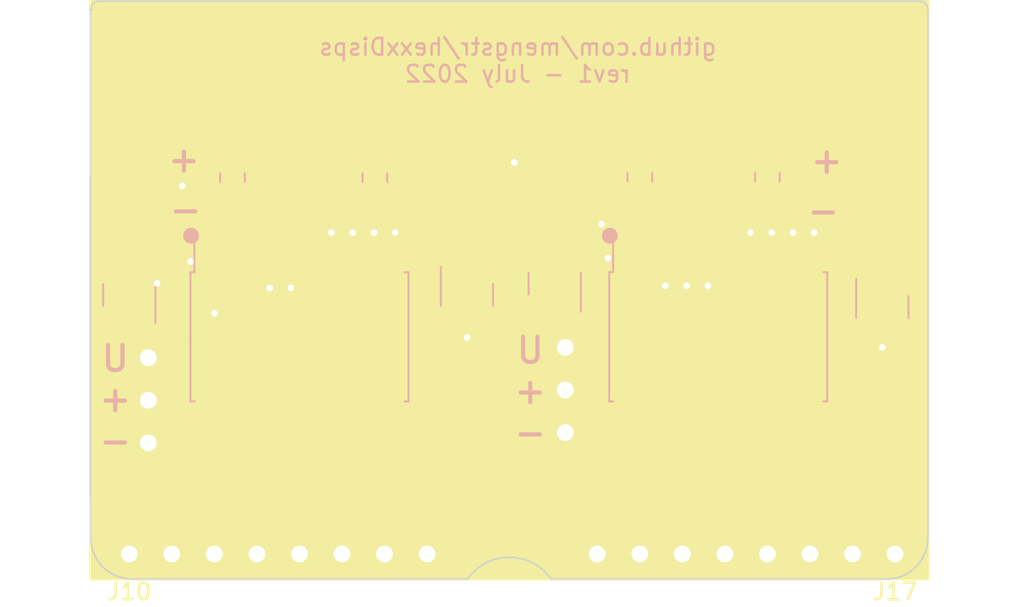
<source format=kicad_pcb>
(kicad_pcb (version 20211014) (generator pcbnew)
  (layers (0 "F.Cu" signal) (31 "B.Cu" signal) (34 "B.Paste" user) (35 "F.Paste" user) (36 "B.SilkS" user "B.Silkscreen") (37 "F.SilkS" user "F.Silkscreen") (38 "B.Mask" user) (39 "F.Mask" user) (44 "Edge.Cuts" user))
  (net 0 "")
  (net 1 "GND")
  (net 2 "Net-(Q6-Pad3)")
  (net 3 "Net-(Q7-Pad3)")
  (net 4 "+5V")
  (net 5 "Net-(J3-Pad1)")
  (net 6 "Net-(J9-Pad1)")
  (net 7 "Net-(J10-Pad1)")
  (net 8 "Net-(J4-Pad1)")
  (net 9 "Net-(J5-Pad1)")
  (net 10 "Net-(J6-Pad1)")
  (net 11 "Net-(J7-Pad1)")
  (net 12 "Net-(J8-Pad1)")
  (net 13 "Net-(Q6-Pad1)")
  (net 14 "Net-(Q7-Pad1)")
  (net 15 "Net-(U1-Pad9)")
  (net 16 "Net-(U1-Pad8)")
  (net 17 "Net-(U1-Pad7)")
  (net 18 "Net-(U1-Pad6)")
  (net 19 "Net-(U1-Pad4)")
  (net 20 "Net-(U1-Pad3)")
  (net 22 "Net-(U1-Pad1)")
  (net 23 "Net-(J13-Pad3)")
  (net 24 "Net-(J14-Pad1)")
  (net 25 "Net-(J15-Pad1)")
  (net 26 "Net-(J16-Pad1)")
  (net 27 "Net-(J17-Pad1)")
  (net 28 "Net-(J18-Pad3)")
  (net 29 "Net-(Q1-Pad1)")
  (net 30 "Net-(Q1-Pad3)")
  (net 31 "Net-(Q2-Pad1)")
  (net 32 "Net-(Q2-Pad3)")
  (net 33 "Net-(U2-Pad3)")
  (net 34 "Net-(U2-Pad4)")
  (net 35 "Net-(U2-Pad5)")
  (net 36 "Net-(U2-Pad7)")
  (net 37 "Net-(U2-Pad8)")
  (net 38 "Net-(U2-Pad9)")
  (net 39 "Net-(U2-Pad10)")
  (net 41 "Net-(J19-Pad1)")
  (net 42 "Net-(J20-Pad1)")
  (net 43 "Net-(J21-Pad1)")
  (net 44 "Net-(J22-Pad1)")
  (footprint "Connector_PinHeader_2.54mm:PinHeader_1x01_P2.54mm_Vertical" (layer "F.Cu") (at 163.83 70.75)
    (fp_text reference "J14" (at 0 -2.33) (layer "F.SilkS"))
    (fp_text value "Conn_01x01_Female")
    (pad "1" thru_hole rect (at 0 0) (size 1.7 1.7) (drill 1) (layers *.Cu *.Mask) (net 24 "Net-(J14-Pad1)"))
  )
  (footprint "Connector_PinHeader_2.54mm:PinHeader_1x01_P2.54mm_Vertical" (layer "F.Cu") (at 148.59 70.75)
    (fp_text reference "J8" hide)
    (fp_text value "Conn_01x01_Female")
    (pad "1" thru_hole rect (at 0 0) (size 1.7 1.7) (drill 1) (layers *.Cu *.Mask) (net 12 "Net-(J8-Pad1)"))
  )
  (footprint "Connector_PinHeader_2.54mm:PinHeader_1x01_P2.54mm_Vertical" (layer "F.Cu") (at 140.97 70.75)
    (fp_text reference "J5" hide)
    (fp_text value "Conn_01x01_Female")
    (pad "1" thru_hole rect (at 0 0) (size 1.7 1.7) (drill 1) (layers *.Cu *.Mask) (net 9 "Net-(J5-Pad1)"))
  )
  (footprint "Connector_PinHeader_2.54mm:PinHeader_1x01_P2.54mm_Vertical" (layer "F.Cu") (at 130.97 50.285)
    (fp_text reference "J12" hide)
    (fp_text value "Conn_01x01_Female")
    (pad "1" smd rect (at 0 0) (size 4 2.5) (layers "B.Cu" "B.Mask") (net 1 "GND"))
  )
  (footprint "Display_7Segment:OSK2056" (layer "F.Cu") (at 165.97 57.785)
    (fp_text reference "U3" (at -7.58 0 90) (layer "F.SilkS"))
    (fp_text value "OSK2056-LX")
    (pad "1" smd roundrect (at -5.08 9.5) (size 1.8 3) (layers "F.Cu" "F.Paste" "F.Mask") (roundrect_rratio 0) (chamfer_ratio 0.3) (chamfer top_left) (net 33 "Net-(U2-Pad3)"))
    (pad "2" smd rect (at -2.54 9.5) (size 1.8 3) (layers "F.Cu" "F.Paste" "F.Mask"))
    (pad "3" smd rect (at 0 9.5) (size 1.8 3) (layers "F.Cu" "F.Paste" "F.Mask") (net 34 "Net-(U2-Pad4)"))
    (pad "4" smd rect (at 2.54 9.5) (size 1.8 3) (layers "F.Cu" "F.Paste" "F.Mask") (net 35 "Net-(U2-Pad5)"))
    (pad "5" smd rect (at 5.08 9.5) (size 1.8 3) (layers "F.Cu" "F.Paste" "F.Mask") (net 30 "Net-(Q1-Pad3)"))
    (pad "6" smd rect (at 5.08 -9.5) (size 1.8 3) (layers "F.Cu" "F.Paste" "F.Mask") (net 39 "Net-(U2-Pad10)"))
    (pad "7" smd rect (at 2.54 -9.5) (size 1.8 3) (layers "F.Cu" "F.Paste" "F.Mask") (net 38 "Net-(U2-Pad9)"))
    (pad "8" smd rect (at 0 -9.5) (size 1.8 3) (layers "F.Cu" "F.Paste" "F.Mask") (net 37 "Net-(U2-Pad8)"))
    (pad "9" smd rect (at -2.54 -9.5) (size 1.8 3) (layers "F.Cu" "F.Paste" "F.Mask") (net 36 "Net-(U2-Pad7)"))
    (pad "10" smd rect (at -5.08 -9.5) (size 1.8 3) (layers "F.Cu" "F.Paste" "F.Mask") (net 32 "Net-(Q2-Pad3)"))
  )
  (footprint "Connector_PinHeader_2.54mm:PinHeader_1x01_P2.54mm_Vertical" (layer "F.Cu") (at 146.05 70.75)
    (fp_text reference "J7" (at 0 -2.33) (layer "F.SilkS"))
    (fp_text value "Conn_01x01_Female")
    (pad "1" thru_hole rect (at 0 0) (size 1.7 1.7) (drill 1) (layers *.Cu *.Mask) (net 11 "Net-(J7-Pad1)"))
  )
  (footprint "Connector_PinHeader_2.54mm:PinHeader_1x01_P2.54mm_Vertical" (layer "F.Cu") (at 133.35 70.75)
    (fp_text reference "J9" hide)
    (fp_text value "Conn_01x01_Female")
    (pad "1" thru_hole rect (at 0 0) (size 1.7 1.7) (drill 1) (layers *.Cu *.Mask) (net 6 "Net-(J9-Pad1)"))
  )
  (footprint "Connector_PinHeader_2.54mm:PinHeader_1x01_P2.54mm_Vertical" (layer "F.Cu") (at 143.51 70.75)
    (fp_text reference "J6" hide)
    (fp_text value "Conn_01x01_Female")
    (pad "1" thru_hole rect (at 0 0) (size 1.7 1.7) (drill 1) (layers *.Cu *.Mask) (net 10 "Net-(J6-Pad1)"))
  )
  (footprint "Connector_PinHeader_2.54mm:PinHeader_1x01_P2.54mm_Vertical" (layer "F.Cu") (at 135.89 70.75)
    (fp_text reference "J3" hide)
    (fp_text value "Conn_01x01_Female")
    (pad "1" thru_hole rect (at 0 0) (size 1.7 1.7) (drill 1) (layers *.Cu *.Mask) (net 5 "Net-(J3-Pad1)"))
  )
  (footprint "Connector_PinHeader_2.54mm:PinHeader_1x01_P2.54mm_Vertical" (layer "F.Cu") (at 161.29 70.75)
    (fp_text reference "J15" (at 0 -2.33) (layer "F.SilkS"))
    (fp_text value "Conn_01x01_Female")
    (pad "1" thru_hole rect (at 0 0) (size 1.7 1.7) (drill 1) (layers *.Cu *.Mask) (net 25 "Net-(J15-Pad1)"))
  )
  (footprint "Connector_PinHeader_2.54mm:PinHeader_1x01_P2.54mm_Vertical" (layer "F.Cu") (at 166.37 70.75)
    (fp_text reference "J22" (at 0 -2.33) (layer "F.SilkS"))
    (fp_text value "Conn_01x01_Female")
    (pad "1" thru_hole rect (at 0 0) (size 1.7 1.7) (drill 1) (layers *.Cu *.Mask) (net 44 "Net-(J22-Pad1)"))
  )
  (footprint "Connector_PinHeader_2.54mm:PinHeader_1x01_P2.54mm_Vertical" (layer "F.Cu") (at 175.895 46.785)
    (fp_text reference "J1" hide)
    (fp_text value "Conn_01x01_Female")
    (pad "1" smd rect (at 0 0) (size 4 2.5) (layers "B.Cu" "B.Mask") (net 4 "+5V"))
  )
  (footprint "Connector_PinHeader_2.54mm:PinHeader_1x01_P2.54mm_Vertical" (layer "F.Cu") (at 130.97 46.785)
    (fp_text reference "J11" hide)
    (fp_text value "Conn_01x01_Female")
    (pad "1" smd rect (at 0 0.16) (size 4 2.5) (layers "B.Cu" "B.Mask") (net 4 "+5V"))
  )
  (footprint "Connector_PinSocket_2.54mm:PinSocket_1x03_P2.54mm_Vertical" (layer "F.Cu") (at 156.845 63.5 180)
    (fp_text reference "J18" (at 0 -2.77) (layer "F.SilkS"))
    (fp_text value "Conn_01x03_Female")
    (pad "1" thru_hole rect (at 0 0 180) (size 1.7 1.7) (drill 1) (layers *.Cu *.Mask) (net 1 "GND"))
    (pad "2" thru_hole oval (at 0 2.54 180) (size 1.7 1.7) (drill 1) (layers *.Cu *.Mask) (net 4 "+5V"))
    (pad "3" thru_hole oval (at 0 5.08 180) (size 1.7 1.7) (drill 1) (layers *.Cu *.Mask) (net 28 "Net-(J18-Pad3)"))
  )
  (footprint "Connector_Pin:Pin_D1.0mm_L10.0mm" (layer "F.Cu") (at 130.81 70.75)
    (fp_text reference "J10" (at 0 2.25) (layer "F.SilkS"))
    (fp_text value "Conn_01x01_Female")
    (pad "1" thru_hole circle (at 0 0) (size 2 2) (drill 1) (layers *.Cu *.Mask) (net 7 "Net-(J10-Pad1)"))
  )
  (footprint "Connector_PinHeader_2.54mm:PinHeader_1x01_P2.54mm_Vertical" (layer "F.Cu") (at 158.75 70.75)
    (fp_text reference "J16" (at 0 -2.33) (layer "F.SilkS"))
    (fp_text value "Conn_01x01_Female")
    (pad "1" thru_hole rect (at 0 0) (size 1.7 1.7) (drill 1) (layers *.Cu *.Mask) (net 26 "Net-(J16-Pad1)"))
  )
  (footprint "Connector_PinHeader_2.54mm:PinHeader_1x01_P2.54mm_Vertical" (layer "F.Cu") (at 138.43 70.75)
    (fp_text reference "J4" hide)
    (fp_text value "Conn_01x01_Female")
    (pad "1" thru_hole rect (at 0 0) (size 1.7 1.7) (drill 1) (layers *.Cu *.Mask) (net 8 "Net-(J4-Pad1)"))
  )
  (footprint "Display_7Segment:OSK2056" (layer "F.Cu") (at 140.97 57.785)
    (fp_text reference "U1" hide)
    (fp_text value "OSK2056-LX" hide)
    (pad "1" smd roundrect (at -5.08 9.5) (size 1.8 3) (layers "F.Cu" "F.Paste" "F.Mask") (roundrect_rratio 0) (chamfer_ratio 0.3) (chamfer top_left) (net 22 "Net-(U1-Pad1)"))
    (pad "2" smd rect (at -2.54 9.5) (size 1.8 3) (layers "F.Cu" "F.Paste" "F.Mask"))
    (pad "3" smd rect (at 0 9.5) (size 1.8 3) (layers "F.Cu" "F.Paste" "F.Mask") (net 20 "Net-(U1-Pad3)"))
    (pad "4" smd rect (at 2.54 9.5) (size 1.8 3) (layers "F.Cu" "F.Paste" "F.Mask") (net 19 "Net-(U1-Pad4)"))
    (pad "5" smd rect (at 5.08 9.5) (size 1.8 3) (layers "F.Cu" "F.Paste" "F.Mask") (net 3 "Net-(Q7-Pad3)"))
    (pad "6" smd rect (at 5.08 -9.5) (size 1.8 3) (layers "F.Cu" "F.Paste" "F.Mask") (net 18 "Net-(U1-Pad6)"))
    (pad "7" smd rect (at 2.54 -9.5) (size 1.8 3) (layers "F.Cu" "F.Paste" "F.Mask") (net 17 "Net-(U1-Pad7)"))
    (pad "8" smd rect (at 0 -9.5) (size 1.8 3) (layers "F.Cu" "F.Paste" "F.Mask") (net 16 "Net-(U1-Pad8)"))
    (pad "9" smd rect (at -2.54 -9.5) (size 1.8 3) (layers "F.Cu" "F.Paste" "F.Mask") (net 15 "Net-(U1-Pad9)"))
    (pad "10" smd rect (at -5.08 -9.5) (size 1.8 3) (layers "F.Cu" "F.Paste" "F.Mask") (net 2 "Net-(Q6-Pad3)"))
  )
  (footprint "Connector_PinHeader_2.54mm:PinHeader_1x01_P2.54mm_Vertical" (layer "F.Cu") (at 171.45 70.75)
    (fp_text reference "J20" (at 0 -2.33) (layer "F.SilkS"))
    (fp_text value "Conn_01x01_Female")
    (pad "1" thru_hole rect (at 0 0) (size 1.7 1.7) (drill 1) (layers *.Cu *.Mask) (net 42 "Net-(J20-Pad1)"))
  )
  (footprint "Connector_Pin:Pin_D1.0mm_L10.0mm" (layer "F.Cu") (at 176.53 70.75)
    (fp_text reference "J17" (at 0 2.25) (layer "F.SilkS"))
    (fp_text value "Conn_01x01_Female")
    (pad "1" thru_hole circle (at 0 0) (size 2 2) (drill 1) (layers *.Cu *.Mask) (net 27 "Net-(J17-Pad1)"))
  )
  (footprint "Connector_PinSocket_2.54mm:PinSocket_1x03_P2.54mm_Vertical" (layer "F.Cu") (at 131.945 64.115 180)
    (fp_text reference "J13" (at 0 -2.77) (layer "F.SilkS"))
    (fp_text value "Conn_01x03_Female")
    (pad "1" thru_hole rect (at 0 0 180) (size 1.7 1.7) (drill 1) (layers *.Cu *.Mask) (net 1 "GND"))
    (pad "2" thru_hole oval (at 0 2.54 180) (size 1.7 1.7) (drill 1) (layers *.Cu *.Mask) (net 4 "+5V"))
    (pad "3" thru_hole oval (at 0 5.08 180) (size 1.7 1.7) (drill 1) (layers *.Cu *.Mask) (net 23 "Net-(J13-Pad3)"))
  )
  (footprint "Connector_PinHeader_2.54mm:PinHeader_1x01_P2.54mm_Vertical" (layer "F.Cu") (at 175.895 50.285)
    (fp_text reference "J2" hide)
    (fp_text value "Conn_01x01_Female")
    (pad "1" smd rect (at 0 0) (size 4 2.5) (layers "B.Cu" "B.Mask") (net 1 "GND"))
  )
  (footprint "Connector_PinHeader_2.54mm:PinHeader_1x01_P2.54mm_Vertical" (layer "F.Cu") (at 168.91 70.75)
    (fp_text reference "J21" (at 0 -2.33) (layer "F.SilkS"))
    (fp_text value "Conn_01x01_Female")
    (pad "1" thru_hole rect (at 0 0) (size 1.7 1.7) (drill 1) (layers *.Cu *.Mask) (net 43 "Net-(J21-Pad1)"))
  )
  (footprint "Connector_PinHeader_2.54mm:PinHeader_1x01_P2.54mm_Vertical" (layer "F.Cu") (at 173.99 70.75)
    (fp_text reference "J19" (at 0 -2.33) (layer "F.SilkS"))
    (fp_text value "Conn_01x01_Female")
    (pad "1" thru_hole rect (at 0 0) (size 1.7 1.7) (drill 1) (layers *.Cu *.Mask) (net 41 "Net-(J19-Pad1)"))
  )
  (footprint "Package_TO_SOT_SMD:SOT-23" (layer "B.Cu") (at 150.97 55.285 -90)
    (fp_text reference "Q7" hide)
    (fp_text value "2N7002" hide)
    (pad "1" smd roundrect (at -0.9375 0.95 270) (size 1.475 0.6) (layers "B.Cu" "B.Paste" "B.Mask") (net 14 "Net-(Q7-Pad1)"))
    (pad "2" smd roundrect (at -0.9375 -0.95 270) (size 1.475 0.6) (layers "B.Cu" "B.Paste" "B.Mask") (net 1 "GND"))
    (pad "3" smd roundrect (at 0.9375 0 270) (size 1.475 0.6) (layers "B.Cu" "B.Paste" "B.Mask") (net 3 "Net-(Q7-Pad3)"))
  )
  (footprint "Package_TO_SOT_SMD:SOT-23" (layer "B.Cu") (at 175.768 56.007 -90)
    (fp_text reference "Q1" hide)
    (fp_text value "2N7002")
    (pad "1" smd roundrect (at -0.9375 0.95 270) (size 1.475 0.6) (layers "B.Cu" "B.Paste" "B.Mask") (net 29 "Net-(Q1-Pad1)"))
    (pad "2" smd roundrect (at -0.9375 -0.95 270) (size 1.475 0.6) (layers "B.Cu" "B.Paste" "B.Mask") (net 1 "GND"))
    (pad "3" smd roundrect (at 0.9375 0 270) (size 1.475 0.6) (layers "B.Cu" "B.Paste" "B.Mask") (net 30 "Net-(Q1-Pad3)"))
  )
  (footprint "Capacitor_SMD:C_0805_2012Metric_Pad1.18x1.45mm_HandSolder" (layer "B.Cu") (at 168.91 48.26 -90)
    (fp_text reference "C4" hide)
    (fp_text value "100n")
    (pad "1" smd roundrect (at -1.0375 0 270) (size 1.175 1.45) (layers "B.Cu" "B.Paste" "B.Mask") (roundrect_rratio 0.212766) (net 4 "+5V"))
    (pad "2" smd roundrect (at 1.0375 0 270) (size 1.175 1.45) (layers "B.Cu" "B.Paste" "B.Mask") (roundrect_rratio 0.212766) (net 1 "GND"))
  )
  (footprint "Package_SO:SOIC-20W_7.5x12.8mm_P1.27mm" (layer "B.Cu") (at 140.97 57.785 -90)
    (fp_text reference "U18" hide)
    (fp_text value "ATtiny816-S" hide)
    (pad "1" smd roundrect (at -4.65 5.715 270) (size 2.05 0.6) (layers "B.Cu" "B.Paste" "B.Mask") (net 4 "+5V"))
    (pad "2" smd roundrect (at -4.65 4.445 270) (size 2.05 0.6) (layers "B.Cu" "B.Paste" "B.Mask") (net 13 "Net-(Q6-Pad1)"))
    (pad "3" smd roundrect (at -4.65 3.175 270) (size 2.05 0.6) (layers "B.Cu" "B.Paste" "B.Mask") (net 22 "Net-(U1-Pad1)"))
    (pad "4" smd roundrect (at -4.65 1.905 270) (size 2.05 0.6) (layers "B.Cu" "B.Paste" "B.Mask") (net 20 "Net-(U1-Pad3)"))
    (pad "5" smd roundrect (at -4.65 0.635 270) (size 2.05 0.6) (layers "B.Cu" "B.Paste" "B.Mask") (net 19 "Net-(U1-Pad4)"))
    (pad "6" smd roundrect (at -4.65 -0.635 270) (size 2.05 0.6) (layers "B.Cu" "B.Paste" "B.Mask") (net 14 "Net-(Q7-Pad1)"))
    (pad "7" smd roundrect (at -4.65 -1.905 270) (size 2.05 0.6) (layers "B.Cu" "B.Paste" "B.Mask") (net 15 "Net-(U1-Pad9)"))
    (pad "8" smd roundrect (at -4.65 -3.175 270) (size 2.05 0.6) (layers "B.Cu" "B.Paste" "B.Mask") (net 16 "Net-(U1-Pad8)"))
    (pad "9" smd roundrect (at -4.65 -4.445 270) (size 2.05 0.6) (layers "B.Cu" "B.Paste" "B.Mask") (net 17 "Net-(U1-Pad7)"))
    (pad "10" smd roundrect (at -4.65 -5.715 270) (size 2.05 0.6) (layers "B.Cu" "B.Paste" "B.Mask") (net 18 "Net-(U1-Pad6)"))
    (pad "11" smd roundrect (at 4.65 -5.715 270) (size 2.05 0.6) (layers "B.Cu" "B.Paste" "B.Mask") (net 12 "Net-(J8-Pad1)"))
    (pad "12" smd roundrect (at 4.65 -4.445 270) (size 2.05 0.6) (layers "B.Cu" "B.Paste" "B.Mask") (net 11 "Net-(J7-Pad1)"))
    (pad "13" smd roundrect (at 4.65 -3.175 270) (size 2.05 0.6) (layers "B.Cu" "B.Paste" "B.Mask") (net 10 "Net-(J6-Pad1)"))
    (pad "14" smd roundrect (at 4.65 -1.905 270) (size 2.05 0.6) (layers "B.Cu" "B.Paste" "B.Mask") (net 9 "Net-(J5-Pad1)"))
    (pad "15" smd roundrect (at 4.65 -0.635 270) (size 2.05 0.6) (layers "B.Cu" "B.Paste" "B.Mask") (net 8 "Net-(J4-Pad1)"))
    (pad "16" smd roundrect (at 4.65 0.635 270) (size 2.05 0.6) (layers "B.Cu" "B.Paste" "B.Mask") (net 23 "Net-(J13-Pad3)"))
    (pad "17" smd roundrect (at 4.65 1.905 270) (size 2.05 0.6) (layers "B.Cu" "B.Paste" "B.Mask") (net 5 "Net-(J3-Pad1)"))
    (pad "18" smd roundrect (at 4.65 3.175 270) (size 2.05 0.6) (layers "B.Cu" "B.Paste" "B.Mask") (net 6 "Net-(J9-Pad1)"))
    (pad "19" smd roundrect (at 4.65 4.445 270) (size 2.05 0.6) (layers "B.Cu" "B.Paste" "B.Mask") (net 7 "Net-(J10-Pad1)"))
    (pad "20" smd roundrect (at 4.65 5.715 270) (size 2.05 0.6) (layers "B.Cu" "B.Paste" "B.Mask") (net 1 "GND"))
  )
  (footprint "Package_TO_SOT_SMD:SOT-23" (layer "B.Cu") (at 156.21 54.61 90)
    (fp_text reference "Q2" hide)
    (fp_text value "2N7002")
    (pad "1" smd roundrect (at -0.9375 0.95 90) (size 1.475 0.6) (layers "B.Cu" "B.Paste" "B.Mask") (net 31 "Net-(Q2-Pad1)"))
    (pad "2" smd roundrect (at -0.9375 -0.95 90) (size 1.475 0.6) (layers "B.Cu" "B.Paste" "B.Mask") (net 1 "GND"))
    (pad "3" smd roundrect (at 0.9375 0 90) (size 1.475 0.6) (layers "B.Cu" "B.Paste" "B.Mask") (net 32 "Net-(Q2-Pad3)"))
  )
  (footprint "Package_SO:SOIC-20W_7.5x12.8mm_P1.27mm" (layer "B.Cu") (at 165.97 57.785 -90)
    (fp_text reference "U2" hide)
    (fp_text value "ATtiny816-S" hide)
    (pad "1" smd roundrect (at -4.65 5.715 270) (size 2.05 0.6) (layers "B.Cu" "B.Paste" "B.Mask") (net 4 "+5V"))
    (pad "2" smd roundrect (at -4.65 4.445 270) (size 2.05 0.6) (layers "B.Cu" "B.Paste" "B.Mask") (net 31 "Net-(Q2-Pad1)"))
    (pad "3" smd roundrect (at -4.65 3.175 270) (size 2.05 0.6) (layers "B.Cu" "B.Paste" "B.Mask") (net 33 "Net-(U2-Pad3)"))
    (pad "4" smd roundrect (at -4.65 1.905 270) (size 2.05 0.6) (layers "B.Cu" "B.Paste" "B.Mask") (net 34 "Net-(U2-Pad4)"))
    (pad "5" smd roundrect (at -4.65 0.635 270) (size 2.05 0.6) (layers "B.Cu" "B.Paste" "B.Mask") (net 35 "Net-(U2-Pad5)"))
    (pad "6" smd roundrect (at -4.65 -0.635 270) (size 2.05 0.6) (layers "B.Cu" "B.Paste" "B.Mask") (net 29 "Net-(Q1-Pad1)"))
    (pad "7" smd roundrect (at -4.65 -1.905 270) (size 2.05 0.6) (layers "B.Cu" "B.Paste" "B.Mask") (net 36 "Net-(U2-Pad7)"))
    (pad "8" smd roundrect (at -4.65 -3.175 270) (size 2.05 0.6) (layers "B.Cu" "B.Paste" "B.Mask") (net 37 "Net-(U2-Pad8)"))
    (pad "9" smd roundrect (at -4.65 -4.445 270) (size 2.05 0.6) (layers "B.Cu" "B.Paste" "B.Mask") (net 38 "Net-(U2-Pad9)"))
    (pad "10" smd roundrect (at -4.65 -5.715 270) (size 2.05 0.6) (layers "B.Cu" "B.Paste" "B.Mask") (net 39 "Net-(U2-Pad10)"))
    (pad "11" smd roundrect (at 4.65 -5.715 270) (size 2.05 0.6) (layers "B.Cu" "B.Paste" "B.Mask") (net 27 "Net-(J17-Pad1)"))
    (pad "12" smd roundrect (at 4.65 -4.445 270) (size 2.05 0.6) (layers "B.Cu" "B.Paste" "B.Mask") (net 41 "Net-(J19-Pad1)"))
    (pad "13" smd roundrect (at 4.65 -3.175 270) (size 2.05 0.6) (layers "B.Cu" "B.Paste" "B.Mask") (net 42 "Net-(J20-Pad1)"))
    (pad "14" smd roundrect (at 4.65 -1.905 270) (size 2.05 0.6) (layers "B.Cu" "B.Paste" "B.Mask") (net 43 "Net-(J21-Pad1)"))
    (pad "15" smd roundrect (at 4.65 -0.635 270) (size 2.05 0.6) (layers "B.Cu" "B.Paste" "B.Mask") (net 44 "Net-(J22-Pad1)"))
    (pad "16" smd roundrect (at 4.65 0.635 270) (size 2.05 0.6) (layers "B.Cu" "B.Paste" "B.Mask") (net 28 "Net-(J18-Pad3)"))
    (pad "17" smd roundrect (at 4.65 1.905 270) (size 2.05 0.6) (layers "B.Cu" "B.Paste" "B.Mask") (net 24 "Net-(J14-Pad1)"))
    (pad "18" smd roundrect (at 4.65 3.175 270) (size 2.05 0.6) (layers "B.Cu" "B.Paste" "B.Mask") (net 25 "Net-(J15-Pad1)"))
    (pad "19" smd roundrect (at 4.65 4.445 270) (size 2.05 0.6) (layers "B.Cu" "B.Paste" "B.Mask") (net 26 "Net-(J16-Pad1)"))
    (pad "20" smd roundrect (at 4.65 5.715 270) (size 2.05 0.6) (layers "B.Cu" "B.Paste" "B.Mask") (net 1 "GND"))
  )
  (footprint "Capacitor_SMD:C_0805_2012Metric_Pad1.18x1.45mm_HandSolder" (layer "B.Cu") (at 161.29 48.26 -90)
    (fp_text reference "C3" hide)
    (fp_text value "10u")
    (pad "1" smd roundrect (at -1.0375 0 270) (size 1.175 1.45) (layers "B.Cu" "B.Paste" "B.Mask") (roundrect_rratio 0.212766) (net 4 "+5V"))
    (pad "2" smd roundrect (at 1.0375 0 270) (size 1.175 1.45) (layers "B.Cu" "B.Paste" "B.Mask") (roundrect_rratio 0.212766) (net 1 "GND"))
  )
  (footprint "Capacitor_SMD:C_0805_2012Metric_Pad1.18x1.45mm_HandSolder" (layer "B.Cu") (at 136.97 48.285 -90)
    (fp_text reference "C2" hide)
    (fp_text value "100n")
    (pad "1" smd roundrect (at -1.0375 0 270) (size 1.175 1.45) (layers "B.Cu" "B.Paste" "B.Mask") (roundrect_rratio 0.212766) (net 4 "+5V"))
    (pad "2" smd roundrect (at 1.0375 0 270) (size 1.175 1.45) (layers "B.Cu" "B.Paste" "B.Mask") (roundrect_rratio 0.212766) (net 1 "GND"))
  )
  (footprint "Capacitor_SMD:C_0805_2012Metric_Pad1.18x1.45mm_HandSolder" (layer "B.Cu") (at 145.47 48.285 -90)
    (fp_text reference "C1" hide)
    (fp_text value "10u")
    (pad "1" smd roundrect (at -1.0375 0 270) (size 1.175 1.45) (layers "B.Cu" "B.Paste" "B.Mask") (roundrect_rratio 0.212766) (net 4 "+5V"))
    (pad "2" smd roundrect (at 1.0375 0 270) (size 1.175 1.45) (layers "B.Cu" "B.Paste" "B.Mask") (roundrect_rratio 0.212766) (net 1 "GND"))
  )
  (footprint "Package_TO_SOT_SMD:SOT-23" (layer "B.Cu") (at 130.81 55.28 90)
    (fp_text reference "Q6" hide)
    (fp_text value "2N7002" hide)
    (pad "1" smd roundrect (at -0.9375 0.95 90) (size 1.475 0.6) (layers "B.Cu" "B.Paste" "B.Mask") (net 13 "Net-(Q6-Pad1)"))
    (pad "2" smd roundrect (at -0.9375 -0.95 90) (size 1.475 0.6) (layers "B.Cu" "B.Paste" "B.Mask") (net 1 "GND"))
    (pad "3" smd roundrect (at 0.9375 0 90) (size 1.475 0.6) (layers "B.Cu" "B.Paste" "B.Mask") (net 2 "Net-(Q6-Pad3)"))
  )
  (gr_circle (center 159.5 51.75) (end 159.9 51.75) (layer "B.SilkS") (width 0.15) (fill solid))
  (gr_circle (center 134.5 51.75) (end 134.9 51.75) (layer "B.SilkS") (width 0.15) (fill solid))
  (gr_rect (start 128.5 37.75) (end 178.5 72.25) (layer "F.SilkS") (width 0.15) (fill solid))
  (gr_arc (start 151.000001 72.250001) (mid 153.5 70.948362) (end 155.999999 72.250001) (layer "Edge.Cuts") (width 0.1))
  (gr_arc (start 128.5 38.25) (mid 128.646447 37.896447) (end 129 37.75) (layer "Edge.Cuts") (width 0.1))
  (gr_line (start 178 37.75) (end 129 37.75) (layer "Edge.Cuts") (width 0.1))
  (gr_line (start 178.5 69.75) (end 178.5 38.25) (layer "Edge.Cuts") (width 0.1))
  (gr_line (start 155.999999 72.250001) (end 176 72.25) (layer "Edge.Cuts") (width 0.1))
  (gr_arc (start 131 72.25) (mid 129.232233 71.517767) (end 128.5 69.75) (layer "Edge.Cuts") (width 0.1))
  (gr_arc (start 178 37.75) (mid 178.353553 37.896447) (end 178.5 38.25) (layer "Edge.Cuts") (width 0.1))
  (gr_line (start 131 72.25) (end 151.000001 72.250001) (layer "Edge.Cuts") (width 0.1))
  (gr_line (start 128.5 38.25) (end 128.5 69.75) (layer "Edge.Cuts") (width 0.1))
  (gr_arc (start 128.5 38.25) (mid 128.5 38.25) (end 128.5 38.25) (layer "Edge.Cuts") (width 0.1))
  (gr_arc (start 178.5 69.75) (mid 177.767767 71.517767) (end 176 72.25) (layer "Edge.Cuts") (width 0.1))
  (gr_text "-" (at 154.75 63.5) (layer "B.SilkS") (effects (font (size 1.5 1.5) (thickness 0.25)) (justify mirror)))
  (gr_text "+" (at 134.07 47.185) (layer "B.SilkS") (effects (font (size 1.5 1.5) (thickness 0.25)) (justify mirror)))
  (gr_text "-" (at 129.97 63.985) (layer "B.SilkS") (effects (font (size 1.5 1.5) (thickness 0.25)) (justify mirror)))
  (gr_text "github.com/mengstr/hexxDisps\nrev1 - July 2022" (at 154 41.285) (layer "B.SilkS") (effects (font (size 1 1)) (justify mirror)))
  (gr_text "+" (at 172.45 47.25) (layer "B.SilkS") (effects (font (size 1.5 1.5) (thickness 0.25)) (justify mirror)))
  (gr_text "+" (at 154.75 61) (layer "B.SilkS") (effects (font (size 1.5 1.5) (thickness 0.25)) (justify mirror)))
  (gr_text "U" (at 154.75 58.6) (layer "B.SilkS") (effects (font (size 1.5 1.5) (thickness 0.25)) (justify mirror)))
  (gr_text "+" (at 129.97 61.485) (layer "B.SilkS") (effects (font (size 1.5 1.5) (thickness 0.25)) (justify mirror)))
  (gr_text "U" (at 129.97 59.085) (layer "B.SilkS") (effects (font (size 1.5 1.5) (thickness 0.25)) (justify mirror)))
  (gr_text "-" (at 172.25 50.25) (layer "B.SilkS") (effects (font (size 1.5 1.5) (thickness 0.25)) (justify mirror)))
  (gr_text "-" (at 134.17 50.185) (layer "B.SilkS") (effects (font (size 1.5 1.5) (thickness 0.25)) (justify mirror)))
  (segment (start 153.67 52.832) (end 153.67 54.102) (width 1) (layer "B.Cu") (net 1))
  (segment (start 159.004 62.611) (end 159.893 62.611) (width 1) (layer "B.Cu") (net 1))
  (segment (start 155.26 55.5475) (end 153.8755 55.5475) (width 1) (layer "B.Cu") (net 1))
  (segment (start 153.4245 54.3475) (end 153.67 54.102) (width 1) (layer "B.Cu") (net 1))
  (segment (start 153.67 62.103) (end 155.067 63.5) (width 1) (layer "B.Cu") (net 1))
  (segment (start 158.877 62.738) (end 159.004 62.611) (width 1) (layer "B.Cu") (net 1))
  (segment (start 131.945 64.115) (end 133.14 64.115) (width 1) (layer "B.Cu") (net 1))
  (segment (start 168.91 49.2975) (end 173.0795 49.2975) (width 1) (layer "B.Cu") (net 1))
  (segment (start 130.683 64.135) (end 131.925 64.135) (width 1) (layer "B.Cu") (net 1))
  (segment (start 157.2045 49.2975) (end 161.29 49.2975) (width 1) (layer "B.Cu") (net 1))
  (segment (start 173.0795 49.2975) (end 173.101 49.276) (width 1) (layer "B.Cu") (net 1))
  (segment (start 173.101 49.276) (end 174.11 50.285) (width 1) (layer "B.Cu") (net 1))
  (segment (start 153.67 55.753) (end 153.67 62.103) (width 1) (layer "B.Cu") (net 1))
  (segment (start 135.0075 50.285) (end 136.0165 49.276) (width 1) (layer "B.Cu") (net 1))
  (segment (start 130.97 50.285) (end 135.0075 50.285) (width 1) (layer "B.Cu") (net 1))
  (segment (start 129.47 62.922) (end 130.683 64.135) (width 1) (layer "B.Cu") (net 1))
  (segment (start 174.11 50.285) (end 175.895 50.285) (width 1) (layer "B.Cu") (net 1))
  (segment (start 131.925 64.135) (end 131.945 64.115) (width 1) (layer "B.Cu") (net 1))
  (segment (start 150.1605 49.3225) (end 153.67 52.832) (width 1) (layer "B.Cu") (net 1))
  (segment (start 130.97 50.285) (end 129.47 51.785) (width 1) (layer "B.Cu") (net 1))
  (segment (start 129.47 51.785) (end 129.47 62.922) (width 1) (layer "B.Cu") (net 1))
  (segment (start 153.8755 55.5475) (end 153.67 55.753) (width 1) (layer "B.Cu") (net 1))
  (segment (start 158.115 63.5) (end 158.877 62.738) (width 1) (layer "B.Cu") (net 1))
  (segment (start 156.845 63.5) (end 158.115 63.5) (width 1) (layer "B.Cu") (net 1))
  (segment (start 153.67 54.102) (end 153.67 55.753) (width 1) (layer "B.Cu") (net 1))
  (segment (start 130.97 50.285) (end 129.97 50.285) (width 1) (layer "B.Cu") (net 1))
  (segment (start 153.67 52.832) (end 157.2045 49.2975) (width 1) (layer "B.Cu") (net 1))
  (segment (start 145.47 49.3225) (end 150.1605 49.3225) (width 1) (layer "B.Cu") (net 1))
  (segment (start 176.718 51.108) (end 175.895 50.285) (width 1) (layer "B.Cu") (net 1))
  (segment (start 176.718 55.0695) (end 176.718 51.108) (width 1) (layer "B.Cu") (net 1))
  (segment (start 161.29 49.2975) (end 168.91 49.2975) (width 1) (layer "B.Cu") (net 1))
  (segment (start 151.92 54.3475) (end 153.4245 54.3475) (width 1) (layer "B.Cu") (net 1))
  (segment (start 136.97 49.3225) (end 145.47 49.3225) (width 1) (layer "B.Cu") (net 1))
  (segment (start 133.14 64.115) (end 134.72 62.535) (width 1) (layer "B.Cu") (net 1))
  (segment (start 155.067 63.5) (end 156.845 63.5) (width 1) (layer "B.Cu") (net 1))
  (segment (start 129.97 50.285) (end 129.47 50.785) (width 1) (layer "B.Cu") (net 1))
  (segment (start 135.89 53.865) (end 135.89 48.285) (width 0.3048) (layer "F.Cu") (net 2))
  (segment (start 132.525 54.535) (end 135.22 54.535) (width 0.3048) (layer "F.Cu") (net 2))
  (segment (start 132.47 54.59) (end 132.525 54.535) (width 0.3048) (layer "F.Cu") (net 2))
  (segment (start 135.22 54.535) (end 135.89 53.865) (width 0.3048) (layer "F.Cu") (net 2))
  (via (at 132.47 54.59) (size 0.8) (drill 0.4) (layers "F.Cu" "B.Cu") (net 2))
  (segment (start 130.81 54.3425) (end 132.2225 54.3425) (width 0.3048) (layer "B.Cu") (net 2))
  (segment (start 132.2225 54.3425) (end 132.47 54.59) (width 0.3048) (layer "B.Cu") (net 2))
  (segment (start 146.05 59.944) (end 148.169 57.825) (width 0.3048) (layer "F.Cu") (net 3))
  (segment (start 148.169 57.825) (end 150.97 57.825) (width 0.3048) (layer "F.Cu") (net 3))
  (segment (start 146.05 67.285) (end 146.05 59.944) (width 0.3048) (layer "F.Cu") (net 3))
  (via (at 150.97 57.825) (size 0.8) (drill 0.4) (layers "F.Cu" "B.Cu") (net 3))
  (segment (start 150.97 57.825) (end 150.97 56.2225) (width 0.3048) (layer "B.Cu") (net 3))
  (segment (start 132.47 50.785) (end 133.97 50.785) (width 1) (layer "F.Cu") (net 4))
  (segment (start 131.445 61.575) (end 129.97 60.1) (width 1) (layer "F.Cu") (net 4))
  (segment (start 129.97 60.1) (end 129.97 53.285) (width 1) (layer "F.Cu") (net 4))
  (segment (start 133.97 51.785) (end 133.97 50.785) (width 1) (layer "F.Cu") (net 4))
  (segment (start 153.924 53.086) (end 153.797 52.959) (width 1) (layer "F.Cu") (net 4))
  (segment (start 154.559 60.96) (end 153.797 60.198) (width 1) (layer "F.Cu") (net 4))
  (segment (start 159.385 53.086) (end 153.924 53.086) (width 1) (layer "F.Cu") (net 4))
  (segment (start 129.97 53.285) (end 132.47 50.785) (width 1) (layer "F.Cu") (net 4))
  (segment (start 134.47 53.285) (end 133.97 52.785) (width 1) (layer "F.Cu") (net 4))
  (segment (start 133.97 52.785) (end 133.97 51.785) (width 1) (layer "F.Cu") (net 4))
  (segment (start 131.945 61.575) (end 131.445 61.575) (width 1) (layer "F.Cu") (net 4))
  (segment (start 153.797 52.959) (end 153.797 47.371) (width 1) (layer "F.Cu") (net 4))
  (segment (start 153.797 60.198) (end 153.797 52.959) (width 1) (layer "F.Cu") (net 4))
  (segment (start 133.97 50.785) (end 133.97 48.785) (width 1) (layer "F.Cu") (net 4))
  (segment (start 156.845 60.96) (end 154.559 60.96) (width 1) (layer "F.Cu") (net 4))
  (via (at 134.47 53.285) (size 0.8) (drill 0.4) (layers "F.Cu" "B.Cu") (net 4))
  (via (at 153.797 47.371) (size 0.8) (drill 0.4) (layers "F.Cu" "B.Cu") (net 4))
  (via (at 133.97 48.785) (size 0.8) (drill 0.4) (layers "F.Cu" "B.Cu") (net 4))
  (via (at 159.385 53.086) (size 0.8) (drill 0.4) (layers "F.Cu" "B.Cu") (net 4))
  (segment (start 134.47 53.285) (end 134.97 53.285) (width 1) (layer "B.Cu") (net 4))
  (segment (start 133.9665 47.244) (end 130.556 47.244) (width 1) (layer "B.Cu") (net 4))
  (segment (start 160.02 53.086) (end 159.385 53.086) (width 1) (layer "B.Cu") (net 4))
  (segment (start 133.97 47.2475) (end 175.4325 47.2475) (width 1) (layer "B.Cu") (net 4))
  (segment (start 175.4325 47.2475) (end 175.895 46.785) (width 1) (layer "B.Cu") (net 4))
  (segment (start 133.97 48.785) (end 133.97 47.2475) (width 1) (layer "B.Cu") (net 4))
  (segment (start 135.89 71.12) (end 135.89 69.215) (width 0.3048) (layer "B.Cu") (net 5))
  (segment (start 135.89 69.215) (end 139.065 66.04) (width 0.3048) (layer "B.Cu") (net 5))
  (segment (start 139.065 66.04) (end 139.065 62.435) (width 0.3048) (layer "B.Cu") (net 5))
  (segment (start 133.35 71.12) (end 133.35 69.85) (width 0.3048) (layer "B.Cu") (net 6))
  (segment (start 137.795 65.405) (end 137.795 62.435) (width 0.3048) (layer "B.Cu") (net 6))
  (segment (start 133.35 69.85) (end 137.795 65.405) (width 0.3048) (layer "B.Cu") (net 6))
  (segment (start 136.525 64.135) (end 136.525 62.435) (width 0.3048) (layer "B.Cu") (net 7))
  (segment (start 130.81 69.85) (end 136.525 64.135) (width 0.3048) (layer "B.Cu") (net 7))
  (segment (start 130.81 71.12) (end 130.81 69.85) (width 0.3048) (layer "B.Cu") (net 7))
  (segment (start 141.605 66.675) (end 141.605 62.435) (width 0.3048) (layer "B.Cu") (net 8))
  (segment (start 138.43 69.85) (end 141.605 66.675) (width 0.3048) (layer "B.Cu") (net 8))
  (segment (start 138.43 71.12) (end 138.43 69.85) (width 0.3048) (layer "B.Cu") (net 8))
  (segment (start 140.97 71.12) (end 140.97 69.215) (width 0.3048) (layer "B.Cu") (net 9))
  (segment (start 142.875 67.31) (end 142.875 62.435) (width 0.3048) (layer "B.Cu") (net 9))
  (segment (start 140.97 69.215) (end 142.875 67.31) (width 0.3048) (layer "B.Cu") (net 9))
  (segment (start 143.51 71.12) (end 143.51 69.85) (width 0.3048) (layer "B.Cu") (net 10))
  (segment (start 143.51 69.85) (end 144.145 69.215) (width 0.3048) (layer "B.Cu") (net 10))
  (segment (start 144.145 69.215) (end 144.145 62.435) (width 0.3048) (layer "B.Cu") (net 10))
  (segment (start 146.05 69.85) (end 145.415 69.215) (width 0.3048) (layer "B.Cu") (net 11))
  (segment (start 145.415 69.215) (end 145.415 62.435) (width 0.3048) (layer "B.Cu") (net 11))
  (segment (start 146.05 71.12) (end 146.05 69.85) (width 0.3048) (layer "B.Cu") (net 11))
  (segment (start 148.59 69.85) (end 146.685 67.945) (width 0.3048) (layer "B.Cu") (net 12))
  (segment (start 146.685 67.945) (end 146.685 62.435) (width 0.3048) (layer "B.Cu") (net 12))
  (segment (start 148.59 71.12) (end 148.59 69.85) (width 0.3048) (layer "B.Cu") (net 12))
  (segment (start 131.76 56.2175) (end 134.7875 56.2175) (width 0.3048) (layer "B.Cu") (net 13))
  (segment (start 134.7875 56.2125) (end 136.5 54.5) (width 0.3048) (layer "B.Cu") (net 13))
  (segment (start 136.525 53.135) (end 136.525 54.483) (width 0.3048) (layer "B.Cu") (net 13))
  (segment (start 134.7875 56.2175) (end 134.7875 56.2125) (width 0.3048) (layer "B.Cu") (net 13))
  (segment (start 150.02 55.485) (end 149.72 55.785) (width 0.3048) (layer "B.Cu") (net 14))
  (segment (start 150.02 54.3475) (end 150.02 55.485) (width 0.3048) (layer "B.Cu") (net 14))
  (segment (start 142.22 55.785) (end 141.605 55.17) (width 0.3048) (layer "B.Cu") (net 14))
  (segment (start 149.72 55.785) (end 142.22 55.785) (width 0.3048) (layer "B.Cu") (net 14))
  (segment (start 141.605 55.17) (end 141.605 53.135) (width 0.3048) (layer "B.Cu") (net 14))
  (segment (start 142.875 51.562) (end 140.247 51.562) (width 0.3048) (layer "F.Cu") (net 15))
  (segment (start 138.43 49.745) (end 138.43 48.285) (width 0.3048) (layer "F.Cu") (net 15))
  (segment (start 140.247 51.562) (end 138.43 49.745) (width 0.3048) (layer "F.Cu") (net 15))
  (via (at 142.875 51.562) (size 0.8) (drill 0.4) (layers "F.Cu" "B.Cu") (net 15))
  (segment (start 142.875 53.135) (end 142.875 51.562) (width 0.3048) (layer "B.Cu") (net 15))
  (segment (start 143.368 50.785) (end 141.97 50.785) (width 0.3048) (layer "F.Cu") (net 16))
  (segment (start 140.97 49.785) (end 140.97 48.285) (width 0.3048) (layer "F.Cu") (net 16))
  (segment (start 144.145 51.562) (end 143.368 50.785) (width 0.3048) (layer "F.Cu") (net 16))
  (segment (start 141.97 50.785) (end 140.97 49.785) (width 0.3048) (layer "F.Cu") (net 16))
  (via (at 144.145 51.562) (size 0.8) (drill 0.4) (layers "F.Cu" "B.Cu") (net 16))
  (segment (start 144.145 53.135) (end 144.145 51.562) (width 0.3048) (layer "B.Cu") (net 16))
  (segment (start 145.415 51.562) (end 145.312 51.562) (width 0.3048) (layer "F.Cu") (net 17))
  (segment (start 145.312 51.562) (end 143.51 49.76) (width 0.3048) (layer "F.Cu") (net 17))
  (segment (start 143.51 49.76) (end 143.51 48.285) (width 0.3048) (layer "F.Cu") (net 17))
  (via (at 145.415 51.562) (size 0.8) (drill 0.4) (layers "F.Cu" "B.Cu") (net 17))
  (segment (start 145.415 53.135) (end 145.415 51.562) (width 0.3048) (layer "B.Cu") (net 17))
  (segment (start 145.97 50.847) (end 145.97 48.365) (width 0.3048) (layer "F.Cu") (net 18))
  (segment (start 146.685 51.562) (end 145.97 50.847) (width 0.3048) (layer "F.Cu") (net 18))
  (segment (start 145.97 48.365) (end 146.05 48.285) (width 0.3048) (layer "F.Cu") (net 18))
  (via (at 146.685 51.562) (size 0.8) (drill 0.4) (layers "F.Cu" "B.Cu") (net 18))
  (segment (start 146.685 53.135) (end 146.685 51.562) (width 0.3048) (layer "B.Cu") (net 18))
  (segment (start 143.51 67.285) (end 143.51 57.912) (width 0.3048) (layer "F.Cu") (net 19))
  (segment (start 143.51 57.912) (end 140.462 54.864) (width 0.3048) (layer "F.Cu") (net 19))
  (via (at 140.462 54.864) (size 0.8) (drill 0.4) (layers "F.Cu" "B.Cu") (net 19))
  (segment (start 140.335 53.135) (end 140.335 54.737) (width 0.3048) (layer "B.Cu") (net 19))
  (segment (start 140.335 54.737) (end 140.462 54.864) (width 0.3048) (layer "B.Cu") (net 19))
  (segment (start 139.192 54.864) (end 140.97 56.642) (width 0.3048) (layer "F.Cu") (net 20))
  (segment (start 140.97 56.642) (end 140.97 67.285) (width 0.3048) (layer "F.Cu") (net 20))
  (via (at 139.192 54.864) (size 0.8) (drill 0.4) (layers "F.Cu" "B.Cu") (net 20))
  (segment (start 139.065 53.135) (end 139.065 54.737) (width 0.3048) (layer "B.Cu") (net 20))
  (segment (start 139.065 54.737) (end 139.192 54.864) (width 0.3048) (layer "B.Cu") (net 20))
  (segment (start 135.89 56.388) (end 135.89 67.285) (width 0.3048) (layer "F.Cu") (net 22))
  (via (at 135.89 56.388) (size 0.8) (drill 0.4) (layers "F.Cu" "B.Cu") (net 22))
  (segment (start 137.795 54.483) (end 135.89 56.388) (width 0.3048) (layer "B.Cu") (net 22))
  (segment (start 137.795 53.135) (end 137.795 54.483) (width 0.3048) (layer "B.Cu") (net 22))
  (segment (start 140.335 60.15) (end 140.335 62.435) (width 0.3048) (layer "B.Cu") (net 23))
  (segment (start 139.22 59.035) (end 140.335 60.15) (width 0.3048) (layer "B.Cu") (net 23))
  (segment (start 137.97 59.035) (end 139.22 59.035) (width 0.3048) (layer "B.Cu") (net 23))
  (segment (start 131.945 59.035) (end 137.915 59.035) (width 0.3048) (layer "B.Cu") (net 23))
  (segment (start 163.83 71.12) (end 163.83 69.215) (width 0.3048) (layer "B.Cu") (net 24))
  (segment (start 164.065 68.98) (end 163.83 69.215) (width 0.3048) (layer "B.Cu") (net 24))
  (segment (start 164.065 62.435) (end 164.065 68.98) (width 0.3048) (layer "B.Cu") (net 24))
  (segment (start 162.795 68.345) (end 162.795 62.435) (width 0.3048) (layer "B.Cu") (net 25))
  (segment (start 161.29 71.12) (end 161.29 69.85) (width 0.3048) (layer "B.Cu") (net 25))
  (segment (start 161.29 69.85) (end 162.795 68.345) (width 0.3048) (layer "B.Cu") (net 25))
  (segment (start 158.75 71.12) (end 158.75 69.85) (width 0.3048) (layer "B.Cu") (net 26))
  (segment (start 161.525 67.075) (end 161.525 62.435) (width 0.3048) (layer "B.Cu") (net 26))
  (segment (start 158.75 69.85) (end 161.525 67.075) (width 0.3048) (layer "B.Cu") (net 26))
  (segment (start 171.685 65.005) (end 176.53 69.85) (width 0.3048) (layer "B.Cu") (net 27))
  (segment (start 171.685 62.435) (end 171.685 65.005) (width 0.3048) (layer "B.Cu") (net 27))
  (segment (start 176.53 69.85) (end 176.53 70.824178) (width 0.3048) (layer "B.Cu") (net 27))
  (segment (start 163.576 58.42) (end 165.354 60.198) (width 0.3048) (layer "B.Cu") (net 28))
  (segment (start 165.354 60.198) (end 165.354 62.416) (width 0.3048) (layer "B.Cu") (net 28))
  (segment (start 156.845 58.42) (end 163.576 58.42) (width 0.3048) (layer "B.Cu") (net 28))
  (segment (start 165.354 62.416) (end 165.335 62.435) (width 0.3048) (layer "B.Cu") (net 28))
  (segment (start 174.7695 55.118) (end 174.818 55.0695) (width 0.3048) (layer "B.Cu") (net 29))
  (segment (start 167.386 55.118) (end 174.7695 55.118) (width 0.3048) (layer "B.Cu") (net 29))
  (segment (start 166.605 53.135) (end 166.605 54.337) (width 0.3048) (layer "B.Cu") (net 29))
  (segment (start 166.605 54.337) (end 167.386 55.118) (width 0.3048) (layer "B.Cu") (net 29))
  (segment (start 171.05 65.17) (end 171.05 67.285) (width 0.3048) (layer "F.Cu") (net 30))
  (segment (start 175.768 58.42) (end 175.768 60.452) (width 0.3048) (layer "F.Cu") (net 30))
  (segment (start 175.768 60.452) (end 171.05 65.17) (width 0.3048) (layer "F.Cu") (net 30))
  (via (at 175.768 58.42) (size 0.8) (drill 0.4) (layers "F.Cu" "B.Cu") (net 30))
  (segment (start 175.768 56.9445) (end 175.768 58.42) (width 0.3048) (layer "B.Cu") (net 30))
  (segment (start 161.525 54.883) (end 161.525 53.135) (width 0.3048) (layer "B.Cu") (net 31))
  (segment (start 157.16 55.5475) (end 160.8605 55.5475) (width 0.3048) (layer "B.Cu") (net 31))
  (segment (start 160.8605 55.5475) (end 161.525 54.883) (width 0.3048) (layer "B.Cu") (net 31))
  (segment (start 159.004 51.054) (end 160.89 49.168) (width 0.3048) (layer "F.Cu") (net 32))
  (segment (start 160.89 49.168) (end 160.89 48.285) (width 0.3048) (layer "F.Cu") (net 32))
  (via (at 159.004 51.054) (size 0.8) (drill 0.4) (layers "F.Cu" "B.Cu") (net 32))
  (segment (start 156.21 53.6725) (end 156.21 52.959) (width 0.3048) (layer "B.Cu") (net 32))
  (segment (start 158.115 51.054) (end 159.004 51.054) (width 0.3048) (layer "B.Cu") (net 32))
  (segment (start 156.21 52.959) (end 157.861 51.308) (width 0.3048) (layer "B.Cu") (net 32))
  (segment (start 157.861 51.308) (end 158.115 51.054) (width 0.3048) (layer "B.Cu") (net 32))
  (segment (start 162.814 57.277) (end 160.89 59.201) (width 0.3048) (layer "F.Cu") (net 33))
  (segment (start 162.814 54.737) (end 162.814 57.277) (width 0.3048) (layer "F.Cu") (net 33))
  (segment (start 160.89 59.201) (end 160.89 67.285) (width 0.3048) (layer "F.Cu") (net 33))
  (via (at 162.814 54.737) (size 0.8) (drill 0.4) (layers "F.Cu" "B.Cu") (net 33))
  (segment (start 162.795 53.135) (end 162.795 54.718) (width 0.3048) (layer "B.Cu") (net 33))
  (segment (start 162.795 54.718) (end 162.814 54.737) (width 0.3048) (layer "B.Cu") (net 33))
  (segment (start 165.97 61.449) (end 165.97 66.53308) (width 0.3048) (layer "F.Cu") (net 34))
  (segment (start 164.084 59.563) (end 165.97 61.449) (width 0.3048) (layer "F.Cu") (net 34))
  (segment (start 164.084 54.737) (end 164.084 59.563) (width 0.3048) (layer "F.Cu") (net 34))
  (via (at 164.084 54.737) (size 0.8) (drill 0.4) (layers "F.Cu" "B.Cu") (net 34))
  (segment (start 164.065 54.718) (end 164.084 54.737) (width 0.3048) (layer "B.Cu") (net 34))
  (segment (start 164.065 53.135) (end 164.065 54.718) (width 0.3048) (layer "B.Cu") (net 34))
  (segment (start 168.51 57.893) (end 168.51 67.285) (width 0.3048) (layer "F.Cu") (net 35))
  (segment (start 165.354 54.737) (end 168.51 57.893) (width 0.3048) (layer "F.Cu") (net 35))
  (via (at 165.354 54.737) (size 0.8) (drill 0.4) (layers "F.Cu" "B.Cu") (net 35))
  (segment (start 165.335 53.135) (end 165.335 54.718) (width 0.3048) (layer "B.Cu") (net 35))
  (segment (start 165.335 54.718) (end 165.354 54.737) (width 0.3048) (layer "B.Cu") (net 35))
  (segment (start 163.43 50.146) (end 163.43 48.285) (width 0.3048) (layer "F.Cu") (net 36))
  (segment (start 167.894 51.562) (end 164.846 51.562) (width 0.3048) (layer "F.Cu") (net 36))
  (segment (start 164.846 51.562) (end 163.43 50.146) (width 0.3048) (layer "F.Cu") (net 36))
  (via (at 167.894 51.562) (size 0.8) (drill 0.4) (layers "F.Cu" "B.Cu") (net 36))
  (segment (start 167.875 51.581) (end 167.894 51.562) (width 0.3048) (layer "B.Cu") (net 36))
  (segment (start 167.875 53.135) (end 167.875 51.581) (width 0.3048) (layer "B.Cu") (net 36))
  (segment (start 168.529 50.673) (end 166.497 50.673) (width 0.3048) (layer "F.Cu") (net 37))
  (segment (start 165.97 50.146) (end 165.97 48.285) (width 0.3048) (layer "F.Cu") (net 37))
  (segment (start 166.497 50.673) (end 165.97 50.146) (width 0.3048) (layer "F.Cu") (net 37))
  (segment (start 169.164 51.308) (end 168.529 50.673) (width 0.3048) (layer "F.Cu") (net 37))
  (segment (start 169.164 51.562) (end 169.164 51.308) (width 0.3048) (layer "F.Cu") (net 37))
  (via (at 169.164 51.562) (size 0.8) (drill 0.4) (layers "F.Cu" "B.Cu") (net 37))
  (segment (start 169.145 53.135) (end 169.145 51.581) (width 0.3048) (layer "B.Cu") (net 37))
  (segment (start 169.145 51.581) (end 169.164 51.562) (width 0.3048) (layer "B.Cu") (net 37))
  (segment (start 169.799 50.292) (end 169.037 50.292) (width 0.3048) (layer "F.Cu") (net 38))
  (segment (start 170.434 51.562) (end 170.434 50.927) (width 0.3048) (layer "F.Cu") (net 38))
  (segment (start 168.51 49.765) (end 168.51 48.285) (width 0.3048) (layer "F.Cu") (net 38))
  (segment (start 169.037 50.292) (end 168.51 49.765) (width 0.3048) (layer "F.Cu") (net 38))
  (segment (start 170.434 50.927) (end 169.799 50.292) (width 0.3048) (layer "F.Cu") (net 38))
  (via (at 170.434 51.562) (size 0.8) (drill 0.4) (layers "F.Cu" "B.Cu") (net 38))
  (segment (start 170.415 51.581) (end 170.434 51.562) (width 0.3048) (layer "B.Cu") (net 38))
  (segment (start 170.415 53.135) (end 170.415 51.581) (width 0.3048) (layer "B.Cu") (net 38))
  (segment (start 171.704 51.562) (end 171.05 50.908) (width 0.3048) (layer "F.Cu") (net 39))
  (segment (start 171.05 50.908) (end 171.05 48.285) (width 0.3048) (layer "F.Cu") (net 39))
  (via (at 171.704 51.562) (size 0.8) (drill 0.4) (layers "F.Cu" "B.Cu") (net 39))
  (segment (start 171.685 53.135) (end 171.685 51.581) (width 0.3048) (layer "B.Cu") (net 39))
  (segment (start 171.685 51.581) (end 171.704 51.562) (width 0.3048) (layer "B.Cu") (net 39))
  (segment (start 170.415 66.275) (end 173.99 69.85) (width 0.3048) (layer "B.Cu") (net 41))
  (segment (start 170.415 62.435) (end 170.415 66.275) (width 0.3048) (layer "B.Cu") (net 41))
  (segment (start 173.99 69.85) (end 173.99 71.12) (width 0.3048) (layer "B.Cu") (net 41))
  (segment (start 169.145 67.545) (end 171.45 69.85) (width 0.3048) (layer "B.Cu") (net 42))
  (segment (start 169.145 62.435) (end 169.145 67.545) (width 0.3048) (layer "B.Cu") (net 42))
  (segment (start 171.45 69.85) (end 171.45 71.12) (width 0.3048) (layer "B.Cu") (net 42))
  (segment (start 167.875 68.815) (end 168.91 69.85) (width 0.3048) (layer "B.Cu") (net 43))
  (segment (start 167.875 62.435) (end 167.875 68.815) (width 0.3048) (layer "B.Cu") (net 43))
  (segment (start 168.91 69.85) (end 168.91 71.12) (width 0.3048) (layer "B.Cu") (net 43))
  (segment (start 166.37 70.085) (end 166.37 71.12) (width 0.3048) (layer "B.Cu") (net 44))
  (segment (start 166.605 62.435) (end 166.605 69.85) (width 0.3048) (layer "B.Cu") (net 44))
  (segment (start 166.605 69.85) (end 166.37 70.085) (width 0.3048) (layer "B.Cu") (net 44))
)
</source>
